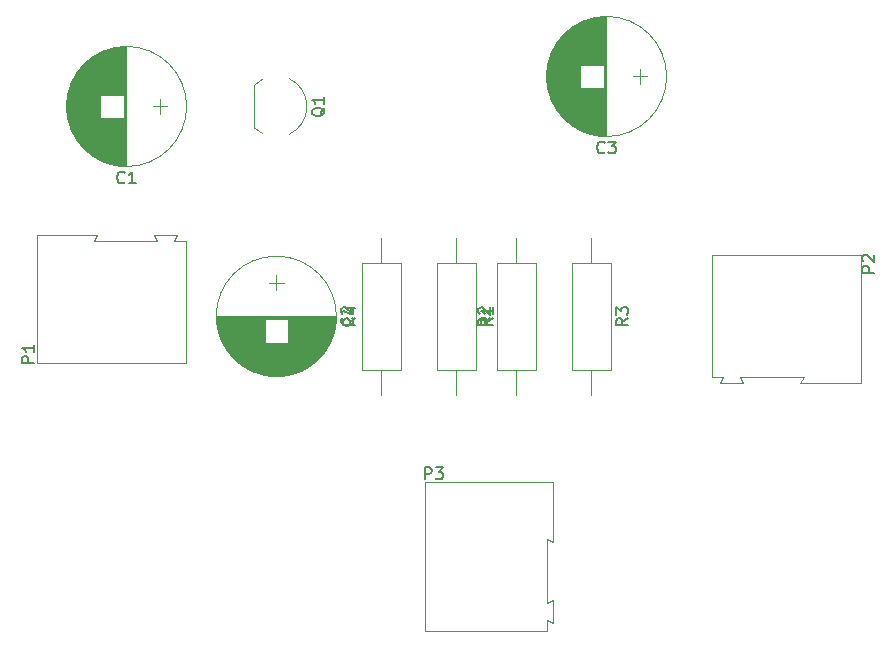
<source format=gbr>
G04 #@! TF.FileFunction,Legend,Top*
%FSLAX46Y46*%
G04 Gerber Fmt 4.6, Leading zero omitted, Abs format (unit mm)*
G04 Created by KiCad (PCBNEW 4.0.5) date 05/18/17 10:57:56*
%MOMM*%
%LPD*%
G01*
G04 APERTURE LIST*
%ADD10C,0.100000*%
%ADD11C,0.120000*%
%ADD12C,0.150000*%
G04 APERTURE END LIST*
D10*
D11*
X135920000Y-80010000D02*
G75*
G03X135920000Y-80010000I-5090000J0D01*
G01*
X130830000Y-85060000D02*
X130830000Y-74960000D01*
X130790000Y-85060000D02*
X130790000Y-74960000D01*
X130750000Y-85060000D02*
X130750000Y-74960000D01*
X130710000Y-85059000D02*
X130710000Y-74961000D01*
X130670000Y-85058000D02*
X130670000Y-74962000D01*
X130630000Y-85057000D02*
X130630000Y-74963000D01*
X130590000Y-85055000D02*
X130590000Y-74965000D01*
X130550000Y-85053000D02*
X130550000Y-80990000D01*
X130550000Y-79030000D02*
X130550000Y-74967000D01*
X130510000Y-85050000D02*
X130510000Y-80990000D01*
X130510000Y-79030000D02*
X130510000Y-74970000D01*
X130470000Y-85048000D02*
X130470000Y-80990000D01*
X130470000Y-79030000D02*
X130470000Y-74972000D01*
X130430000Y-85045000D02*
X130430000Y-80990000D01*
X130430000Y-79030000D02*
X130430000Y-74975000D01*
X130390000Y-85041000D02*
X130390000Y-80990000D01*
X130390000Y-79030000D02*
X130390000Y-74979000D01*
X130350000Y-85038000D02*
X130350000Y-80990000D01*
X130350000Y-79030000D02*
X130350000Y-74982000D01*
X130310000Y-85034000D02*
X130310000Y-80990000D01*
X130310000Y-79030000D02*
X130310000Y-74986000D01*
X130270000Y-85030000D02*
X130270000Y-80990000D01*
X130270000Y-79030000D02*
X130270000Y-74990000D01*
X130230000Y-85025000D02*
X130230000Y-80990000D01*
X130230000Y-79030000D02*
X130230000Y-74995000D01*
X130190000Y-85020000D02*
X130190000Y-80990000D01*
X130190000Y-79030000D02*
X130190000Y-75000000D01*
X130150000Y-85015000D02*
X130150000Y-80990000D01*
X130150000Y-79030000D02*
X130150000Y-75005000D01*
X130109000Y-85009000D02*
X130109000Y-80990000D01*
X130109000Y-79030000D02*
X130109000Y-75011000D01*
X130069000Y-85003000D02*
X130069000Y-80990000D01*
X130069000Y-79030000D02*
X130069000Y-75017000D01*
X130029000Y-84997000D02*
X130029000Y-80990000D01*
X130029000Y-79030000D02*
X130029000Y-75023000D01*
X129989000Y-84991000D02*
X129989000Y-80990000D01*
X129989000Y-79030000D02*
X129989000Y-75029000D01*
X129949000Y-84984000D02*
X129949000Y-80990000D01*
X129949000Y-79030000D02*
X129949000Y-75036000D01*
X129909000Y-84977000D02*
X129909000Y-80990000D01*
X129909000Y-79030000D02*
X129909000Y-75043000D01*
X129869000Y-84969000D02*
X129869000Y-80990000D01*
X129869000Y-79030000D02*
X129869000Y-75051000D01*
X129829000Y-84961000D02*
X129829000Y-80990000D01*
X129829000Y-79030000D02*
X129829000Y-75059000D01*
X129789000Y-84953000D02*
X129789000Y-80990000D01*
X129789000Y-79030000D02*
X129789000Y-75067000D01*
X129749000Y-84945000D02*
X129749000Y-80990000D01*
X129749000Y-79030000D02*
X129749000Y-75075000D01*
X129709000Y-84936000D02*
X129709000Y-80990000D01*
X129709000Y-79030000D02*
X129709000Y-75084000D01*
X129669000Y-84927000D02*
X129669000Y-80990000D01*
X129669000Y-79030000D02*
X129669000Y-75093000D01*
X129629000Y-84917000D02*
X129629000Y-80990000D01*
X129629000Y-79030000D02*
X129629000Y-75103000D01*
X129589000Y-84907000D02*
X129589000Y-80990000D01*
X129589000Y-79030000D02*
X129589000Y-75113000D01*
X129549000Y-84897000D02*
X129549000Y-80990000D01*
X129549000Y-79030000D02*
X129549000Y-75123000D01*
X129509000Y-84886000D02*
X129509000Y-80990000D01*
X129509000Y-79030000D02*
X129509000Y-75134000D01*
X129469000Y-84875000D02*
X129469000Y-80990000D01*
X129469000Y-79030000D02*
X129469000Y-75145000D01*
X129429000Y-84864000D02*
X129429000Y-80990000D01*
X129429000Y-79030000D02*
X129429000Y-75156000D01*
X129389000Y-84853000D02*
X129389000Y-80990000D01*
X129389000Y-79030000D02*
X129389000Y-75167000D01*
X129349000Y-84841000D02*
X129349000Y-80990000D01*
X129349000Y-79030000D02*
X129349000Y-75179000D01*
X129309000Y-84828000D02*
X129309000Y-80990000D01*
X129309000Y-79030000D02*
X129309000Y-75192000D01*
X129269000Y-84816000D02*
X129269000Y-80990000D01*
X129269000Y-79030000D02*
X129269000Y-75204000D01*
X129229000Y-84802000D02*
X129229000Y-80990000D01*
X129229000Y-79030000D02*
X129229000Y-75218000D01*
X129189000Y-84789000D02*
X129189000Y-80990000D01*
X129189000Y-79030000D02*
X129189000Y-75231000D01*
X129149000Y-84775000D02*
X129149000Y-80990000D01*
X129149000Y-79030000D02*
X129149000Y-75245000D01*
X129109000Y-84761000D02*
X129109000Y-80990000D01*
X129109000Y-79030000D02*
X129109000Y-75259000D01*
X129069000Y-84747000D02*
X129069000Y-80990000D01*
X129069000Y-79030000D02*
X129069000Y-75273000D01*
X129029000Y-84732000D02*
X129029000Y-80990000D01*
X129029000Y-79030000D02*
X129029000Y-75288000D01*
X128989000Y-84716000D02*
X128989000Y-80990000D01*
X128989000Y-79030000D02*
X128989000Y-75304000D01*
X128949000Y-84701000D02*
X128949000Y-80990000D01*
X128949000Y-79030000D02*
X128949000Y-75319000D01*
X128909000Y-84684000D02*
X128909000Y-80990000D01*
X128909000Y-79030000D02*
X128909000Y-75336000D01*
X128869000Y-84668000D02*
X128869000Y-80990000D01*
X128869000Y-79030000D02*
X128869000Y-75352000D01*
X128829000Y-84651000D02*
X128829000Y-80990000D01*
X128829000Y-79030000D02*
X128829000Y-75369000D01*
X128789000Y-84634000D02*
X128789000Y-80990000D01*
X128789000Y-79030000D02*
X128789000Y-75386000D01*
X128749000Y-84616000D02*
X128749000Y-80990000D01*
X128749000Y-79030000D02*
X128749000Y-75404000D01*
X128709000Y-84598000D02*
X128709000Y-80990000D01*
X128709000Y-79030000D02*
X128709000Y-75422000D01*
X128669000Y-84579000D02*
X128669000Y-80990000D01*
X128669000Y-79030000D02*
X128669000Y-75441000D01*
X128629000Y-84560000D02*
X128629000Y-80990000D01*
X128629000Y-79030000D02*
X128629000Y-75460000D01*
X128589000Y-84541000D02*
X128589000Y-75479000D01*
X128549000Y-84521000D02*
X128549000Y-75499000D01*
X128509000Y-84501000D02*
X128509000Y-75519000D01*
X128469000Y-84480000D02*
X128469000Y-75540000D01*
X128429000Y-84459000D02*
X128429000Y-75561000D01*
X128389000Y-84438000D02*
X128389000Y-75582000D01*
X128349000Y-84415000D02*
X128349000Y-75605000D01*
X128309000Y-84393000D02*
X128309000Y-75627000D01*
X128269000Y-84370000D02*
X128269000Y-75650000D01*
X128229000Y-84346000D02*
X128229000Y-75674000D01*
X128189000Y-84322000D02*
X128189000Y-75698000D01*
X128149000Y-84298000D02*
X128149000Y-75722000D01*
X128109000Y-84273000D02*
X128109000Y-75747000D01*
X128069000Y-84247000D02*
X128069000Y-75773000D01*
X128029000Y-84221000D02*
X128029000Y-75799000D01*
X127989000Y-84195000D02*
X127989000Y-75825000D01*
X127949000Y-84167000D02*
X127949000Y-75853000D01*
X127909000Y-84140000D02*
X127909000Y-75880000D01*
X127869000Y-84111000D02*
X127869000Y-75909000D01*
X127829000Y-84082000D02*
X127829000Y-75938000D01*
X127789000Y-84053000D02*
X127789000Y-75967000D01*
X127749000Y-84023000D02*
X127749000Y-75997000D01*
X127709000Y-83992000D02*
X127709000Y-76028000D01*
X127669000Y-83961000D02*
X127669000Y-76059000D01*
X127629000Y-83929000D02*
X127629000Y-76091000D01*
X127589000Y-83896000D02*
X127589000Y-76124000D01*
X127549000Y-83863000D02*
X127549000Y-76157000D01*
X127509000Y-83829000D02*
X127509000Y-76191000D01*
X127469000Y-83794000D02*
X127469000Y-76226000D01*
X127429000Y-83758000D02*
X127429000Y-76262000D01*
X127389000Y-83722000D02*
X127389000Y-76298000D01*
X127349000Y-83685000D02*
X127349000Y-76335000D01*
X127309000Y-83647000D02*
X127309000Y-76373000D01*
X127269000Y-83608000D02*
X127269000Y-76412000D01*
X127229000Y-83569000D02*
X127229000Y-76451000D01*
X127189000Y-83528000D02*
X127189000Y-76492000D01*
X127149000Y-83487000D02*
X127149000Y-76533000D01*
X127109000Y-83445000D02*
X127109000Y-76575000D01*
X127069000Y-83401000D02*
X127069000Y-76619000D01*
X127029000Y-83357000D02*
X127029000Y-76663000D01*
X126989000Y-83312000D02*
X126989000Y-76708000D01*
X126949000Y-83265000D02*
X126949000Y-76755000D01*
X126909000Y-83217000D02*
X126909000Y-76803000D01*
X126869000Y-83168000D02*
X126869000Y-76852000D01*
X126829000Y-83118000D02*
X126829000Y-76902000D01*
X126789000Y-83067000D02*
X126789000Y-76953000D01*
X126749000Y-83014000D02*
X126749000Y-77006000D01*
X126709000Y-82959000D02*
X126709000Y-77061000D01*
X126669000Y-82904000D02*
X126669000Y-77116000D01*
X126629000Y-82846000D02*
X126629000Y-77174000D01*
X126589000Y-82787000D02*
X126589000Y-77233000D01*
X126549000Y-82725000D02*
X126549000Y-77295000D01*
X126509000Y-82662000D02*
X126509000Y-77358000D01*
X126469000Y-82597000D02*
X126469000Y-77423000D01*
X126429000Y-82529000D02*
X126429000Y-77491000D01*
X126389000Y-82459000D02*
X126389000Y-77561000D01*
X126349000Y-82387000D02*
X126349000Y-77633000D01*
X126309000Y-82311000D02*
X126309000Y-77709000D01*
X126269000Y-82232000D02*
X126269000Y-77788000D01*
X126229000Y-82150000D02*
X126229000Y-77870000D01*
X126189000Y-82063000D02*
X126189000Y-77957000D01*
X126149000Y-81972000D02*
X126149000Y-78048000D01*
X126109000Y-81876000D02*
X126109000Y-78144000D01*
X126069000Y-81773000D02*
X126069000Y-78247000D01*
X126029000Y-81664000D02*
X126029000Y-78356000D01*
X125989000Y-81546000D02*
X125989000Y-78474000D01*
X125949000Y-81417000D02*
X125949000Y-78603000D01*
X125909000Y-81275000D02*
X125909000Y-78745000D01*
X125869000Y-81114000D02*
X125869000Y-78906000D01*
X125829000Y-80923000D02*
X125829000Y-79097000D01*
X125789000Y-80682000D02*
X125789000Y-79338000D01*
X125749000Y-80289000D02*
X125749000Y-79731000D01*
X134280000Y-80010000D02*
X133080000Y-80010000D01*
X133680000Y-80660000D02*
X133680000Y-79360000D01*
X148600000Y-97770000D02*
G75*
G03X148600000Y-97770000I-5090000J0D01*
G01*
X148560000Y-97770000D02*
X138460000Y-97770000D01*
X148560000Y-97810000D02*
X138460000Y-97810000D01*
X148560000Y-97850000D02*
X138460000Y-97850000D01*
X148559000Y-97890000D02*
X138461000Y-97890000D01*
X148558000Y-97930000D02*
X138462000Y-97930000D01*
X148557000Y-97970000D02*
X138463000Y-97970000D01*
X148555000Y-98010000D02*
X138465000Y-98010000D01*
X148553000Y-98050000D02*
X144490000Y-98050000D01*
X142530000Y-98050000D02*
X138467000Y-98050000D01*
X148550000Y-98090000D02*
X144490000Y-98090000D01*
X142530000Y-98090000D02*
X138470000Y-98090000D01*
X148548000Y-98130000D02*
X144490000Y-98130000D01*
X142530000Y-98130000D02*
X138472000Y-98130000D01*
X148545000Y-98170000D02*
X144490000Y-98170000D01*
X142530000Y-98170000D02*
X138475000Y-98170000D01*
X148541000Y-98210000D02*
X144490000Y-98210000D01*
X142530000Y-98210000D02*
X138479000Y-98210000D01*
X148538000Y-98250000D02*
X144490000Y-98250000D01*
X142530000Y-98250000D02*
X138482000Y-98250000D01*
X148534000Y-98290000D02*
X144490000Y-98290000D01*
X142530000Y-98290000D02*
X138486000Y-98290000D01*
X148530000Y-98330000D02*
X144490000Y-98330000D01*
X142530000Y-98330000D02*
X138490000Y-98330000D01*
X148525000Y-98370000D02*
X144490000Y-98370000D01*
X142530000Y-98370000D02*
X138495000Y-98370000D01*
X148520000Y-98410000D02*
X144490000Y-98410000D01*
X142530000Y-98410000D02*
X138500000Y-98410000D01*
X148515000Y-98450000D02*
X144490000Y-98450000D01*
X142530000Y-98450000D02*
X138505000Y-98450000D01*
X148509000Y-98491000D02*
X144490000Y-98491000D01*
X142530000Y-98491000D02*
X138511000Y-98491000D01*
X148503000Y-98531000D02*
X144490000Y-98531000D01*
X142530000Y-98531000D02*
X138517000Y-98531000D01*
X148497000Y-98571000D02*
X144490000Y-98571000D01*
X142530000Y-98571000D02*
X138523000Y-98571000D01*
X148491000Y-98611000D02*
X144490000Y-98611000D01*
X142530000Y-98611000D02*
X138529000Y-98611000D01*
X148484000Y-98651000D02*
X144490000Y-98651000D01*
X142530000Y-98651000D02*
X138536000Y-98651000D01*
X148477000Y-98691000D02*
X144490000Y-98691000D01*
X142530000Y-98691000D02*
X138543000Y-98691000D01*
X148469000Y-98731000D02*
X144490000Y-98731000D01*
X142530000Y-98731000D02*
X138551000Y-98731000D01*
X148461000Y-98771000D02*
X144490000Y-98771000D01*
X142530000Y-98771000D02*
X138559000Y-98771000D01*
X148453000Y-98811000D02*
X144490000Y-98811000D01*
X142530000Y-98811000D02*
X138567000Y-98811000D01*
X148445000Y-98851000D02*
X144490000Y-98851000D01*
X142530000Y-98851000D02*
X138575000Y-98851000D01*
X148436000Y-98891000D02*
X144490000Y-98891000D01*
X142530000Y-98891000D02*
X138584000Y-98891000D01*
X148427000Y-98931000D02*
X144490000Y-98931000D01*
X142530000Y-98931000D02*
X138593000Y-98931000D01*
X148417000Y-98971000D02*
X144490000Y-98971000D01*
X142530000Y-98971000D02*
X138603000Y-98971000D01*
X148407000Y-99011000D02*
X144490000Y-99011000D01*
X142530000Y-99011000D02*
X138613000Y-99011000D01*
X148397000Y-99051000D02*
X144490000Y-99051000D01*
X142530000Y-99051000D02*
X138623000Y-99051000D01*
X148386000Y-99091000D02*
X144490000Y-99091000D01*
X142530000Y-99091000D02*
X138634000Y-99091000D01*
X148375000Y-99131000D02*
X144490000Y-99131000D01*
X142530000Y-99131000D02*
X138645000Y-99131000D01*
X148364000Y-99171000D02*
X144490000Y-99171000D01*
X142530000Y-99171000D02*
X138656000Y-99171000D01*
X148353000Y-99211000D02*
X144490000Y-99211000D01*
X142530000Y-99211000D02*
X138667000Y-99211000D01*
X148341000Y-99251000D02*
X144490000Y-99251000D01*
X142530000Y-99251000D02*
X138679000Y-99251000D01*
X148328000Y-99291000D02*
X144490000Y-99291000D01*
X142530000Y-99291000D02*
X138692000Y-99291000D01*
X148316000Y-99331000D02*
X144490000Y-99331000D01*
X142530000Y-99331000D02*
X138704000Y-99331000D01*
X148302000Y-99371000D02*
X144490000Y-99371000D01*
X142530000Y-99371000D02*
X138718000Y-99371000D01*
X148289000Y-99411000D02*
X144490000Y-99411000D01*
X142530000Y-99411000D02*
X138731000Y-99411000D01*
X148275000Y-99451000D02*
X144490000Y-99451000D01*
X142530000Y-99451000D02*
X138745000Y-99451000D01*
X148261000Y-99491000D02*
X144490000Y-99491000D01*
X142530000Y-99491000D02*
X138759000Y-99491000D01*
X148247000Y-99531000D02*
X144490000Y-99531000D01*
X142530000Y-99531000D02*
X138773000Y-99531000D01*
X148232000Y-99571000D02*
X144490000Y-99571000D01*
X142530000Y-99571000D02*
X138788000Y-99571000D01*
X148216000Y-99611000D02*
X144490000Y-99611000D01*
X142530000Y-99611000D02*
X138804000Y-99611000D01*
X148201000Y-99651000D02*
X144490000Y-99651000D01*
X142530000Y-99651000D02*
X138819000Y-99651000D01*
X148184000Y-99691000D02*
X144490000Y-99691000D01*
X142530000Y-99691000D02*
X138836000Y-99691000D01*
X148168000Y-99731000D02*
X144490000Y-99731000D01*
X142530000Y-99731000D02*
X138852000Y-99731000D01*
X148151000Y-99771000D02*
X144490000Y-99771000D01*
X142530000Y-99771000D02*
X138869000Y-99771000D01*
X148134000Y-99811000D02*
X144490000Y-99811000D01*
X142530000Y-99811000D02*
X138886000Y-99811000D01*
X148116000Y-99851000D02*
X144490000Y-99851000D01*
X142530000Y-99851000D02*
X138904000Y-99851000D01*
X148098000Y-99891000D02*
X144490000Y-99891000D01*
X142530000Y-99891000D02*
X138922000Y-99891000D01*
X148079000Y-99931000D02*
X144490000Y-99931000D01*
X142530000Y-99931000D02*
X138941000Y-99931000D01*
X148060000Y-99971000D02*
X144490000Y-99971000D01*
X142530000Y-99971000D02*
X138960000Y-99971000D01*
X148041000Y-100011000D02*
X138979000Y-100011000D01*
X148021000Y-100051000D02*
X138999000Y-100051000D01*
X148001000Y-100091000D02*
X139019000Y-100091000D01*
X147980000Y-100131000D02*
X139040000Y-100131000D01*
X147959000Y-100171000D02*
X139061000Y-100171000D01*
X147938000Y-100211000D02*
X139082000Y-100211000D01*
X147915000Y-100251000D02*
X139105000Y-100251000D01*
X147893000Y-100291000D02*
X139127000Y-100291000D01*
X147870000Y-100331000D02*
X139150000Y-100331000D01*
X147846000Y-100371000D02*
X139174000Y-100371000D01*
X147822000Y-100411000D02*
X139198000Y-100411000D01*
X147798000Y-100451000D02*
X139222000Y-100451000D01*
X147773000Y-100491000D02*
X139247000Y-100491000D01*
X147747000Y-100531000D02*
X139273000Y-100531000D01*
X147721000Y-100571000D02*
X139299000Y-100571000D01*
X147695000Y-100611000D02*
X139325000Y-100611000D01*
X147667000Y-100651000D02*
X139353000Y-100651000D01*
X147640000Y-100691000D02*
X139380000Y-100691000D01*
X147611000Y-100731000D02*
X139409000Y-100731000D01*
X147582000Y-100771000D02*
X139438000Y-100771000D01*
X147553000Y-100811000D02*
X139467000Y-100811000D01*
X147523000Y-100851000D02*
X139497000Y-100851000D01*
X147492000Y-100891000D02*
X139528000Y-100891000D01*
X147461000Y-100931000D02*
X139559000Y-100931000D01*
X147429000Y-100971000D02*
X139591000Y-100971000D01*
X147396000Y-101011000D02*
X139624000Y-101011000D01*
X147363000Y-101051000D02*
X139657000Y-101051000D01*
X147329000Y-101091000D02*
X139691000Y-101091000D01*
X147294000Y-101131000D02*
X139726000Y-101131000D01*
X147258000Y-101171000D02*
X139762000Y-101171000D01*
X147222000Y-101211000D02*
X139798000Y-101211000D01*
X147185000Y-101251000D02*
X139835000Y-101251000D01*
X147147000Y-101291000D02*
X139873000Y-101291000D01*
X147108000Y-101331000D02*
X139912000Y-101331000D01*
X147069000Y-101371000D02*
X139951000Y-101371000D01*
X147028000Y-101411000D02*
X139992000Y-101411000D01*
X146987000Y-101451000D02*
X140033000Y-101451000D01*
X146945000Y-101491000D02*
X140075000Y-101491000D01*
X146901000Y-101531000D02*
X140119000Y-101531000D01*
X146857000Y-101571000D02*
X140163000Y-101571000D01*
X146812000Y-101611000D02*
X140208000Y-101611000D01*
X146765000Y-101651000D02*
X140255000Y-101651000D01*
X146717000Y-101691000D02*
X140303000Y-101691000D01*
X146668000Y-101731000D02*
X140352000Y-101731000D01*
X146618000Y-101771000D02*
X140402000Y-101771000D01*
X146567000Y-101811000D02*
X140453000Y-101811000D01*
X146514000Y-101851000D02*
X140506000Y-101851000D01*
X146459000Y-101891000D02*
X140561000Y-101891000D01*
X146404000Y-101931000D02*
X140616000Y-101931000D01*
X146346000Y-101971000D02*
X140674000Y-101971000D01*
X146287000Y-102011000D02*
X140733000Y-102011000D01*
X146225000Y-102051000D02*
X140795000Y-102051000D01*
X146162000Y-102091000D02*
X140858000Y-102091000D01*
X146097000Y-102131000D02*
X140923000Y-102131000D01*
X146029000Y-102171000D02*
X140991000Y-102171000D01*
X145959000Y-102211000D02*
X141061000Y-102211000D01*
X145887000Y-102251000D02*
X141133000Y-102251000D01*
X145811000Y-102291000D02*
X141209000Y-102291000D01*
X145732000Y-102331000D02*
X141288000Y-102331000D01*
X145650000Y-102371000D02*
X141370000Y-102371000D01*
X145563000Y-102411000D02*
X141457000Y-102411000D01*
X145472000Y-102451000D02*
X141548000Y-102451000D01*
X145376000Y-102491000D02*
X141644000Y-102491000D01*
X145273000Y-102531000D02*
X141747000Y-102531000D01*
X145164000Y-102571000D02*
X141856000Y-102571000D01*
X145046000Y-102611000D02*
X141974000Y-102611000D01*
X144917000Y-102651000D02*
X142103000Y-102651000D01*
X144775000Y-102691000D02*
X142245000Y-102691000D01*
X144614000Y-102731000D02*
X142406000Y-102731000D01*
X144423000Y-102771000D02*
X142597000Y-102771000D01*
X144182000Y-102811000D02*
X142838000Y-102811000D01*
X143789000Y-102851000D02*
X143231000Y-102851000D01*
X143510000Y-94320000D02*
X143510000Y-95520000D01*
X144160000Y-94920000D02*
X142860000Y-94920000D01*
X176560000Y-77470000D02*
G75*
G03X176560000Y-77470000I-5090000J0D01*
G01*
X171470000Y-82520000D02*
X171470000Y-72420000D01*
X171430000Y-82520000D02*
X171430000Y-72420000D01*
X171390000Y-82520000D02*
X171390000Y-72420000D01*
X171350000Y-82519000D02*
X171350000Y-72421000D01*
X171310000Y-82518000D02*
X171310000Y-72422000D01*
X171270000Y-82517000D02*
X171270000Y-72423000D01*
X171230000Y-82515000D02*
X171230000Y-72425000D01*
X171190000Y-82513000D02*
X171190000Y-78450000D01*
X171190000Y-76490000D02*
X171190000Y-72427000D01*
X171150000Y-82510000D02*
X171150000Y-78450000D01*
X171150000Y-76490000D02*
X171150000Y-72430000D01*
X171110000Y-82508000D02*
X171110000Y-78450000D01*
X171110000Y-76490000D02*
X171110000Y-72432000D01*
X171070000Y-82505000D02*
X171070000Y-78450000D01*
X171070000Y-76490000D02*
X171070000Y-72435000D01*
X171030000Y-82501000D02*
X171030000Y-78450000D01*
X171030000Y-76490000D02*
X171030000Y-72439000D01*
X170990000Y-82498000D02*
X170990000Y-78450000D01*
X170990000Y-76490000D02*
X170990000Y-72442000D01*
X170950000Y-82494000D02*
X170950000Y-78450000D01*
X170950000Y-76490000D02*
X170950000Y-72446000D01*
X170910000Y-82490000D02*
X170910000Y-78450000D01*
X170910000Y-76490000D02*
X170910000Y-72450000D01*
X170870000Y-82485000D02*
X170870000Y-78450000D01*
X170870000Y-76490000D02*
X170870000Y-72455000D01*
X170830000Y-82480000D02*
X170830000Y-78450000D01*
X170830000Y-76490000D02*
X170830000Y-72460000D01*
X170790000Y-82475000D02*
X170790000Y-78450000D01*
X170790000Y-76490000D02*
X170790000Y-72465000D01*
X170749000Y-82469000D02*
X170749000Y-78450000D01*
X170749000Y-76490000D02*
X170749000Y-72471000D01*
X170709000Y-82463000D02*
X170709000Y-78450000D01*
X170709000Y-76490000D02*
X170709000Y-72477000D01*
X170669000Y-82457000D02*
X170669000Y-78450000D01*
X170669000Y-76490000D02*
X170669000Y-72483000D01*
X170629000Y-82451000D02*
X170629000Y-78450000D01*
X170629000Y-76490000D02*
X170629000Y-72489000D01*
X170589000Y-82444000D02*
X170589000Y-78450000D01*
X170589000Y-76490000D02*
X170589000Y-72496000D01*
X170549000Y-82437000D02*
X170549000Y-78450000D01*
X170549000Y-76490000D02*
X170549000Y-72503000D01*
X170509000Y-82429000D02*
X170509000Y-78450000D01*
X170509000Y-76490000D02*
X170509000Y-72511000D01*
X170469000Y-82421000D02*
X170469000Y-78450000D01*
X170469000Y-76490000D02*
X170469000Y-72519000D01*
X170429000Y-82413000D02*
X170429000Y-78450000D01*
X170429000Y-76490000D02*
X170429000Y-72527000D01*
X170389000Y-82405000D02*
X170389000Y-78450000D01*
X170389000Y-76490000D02*
X170389000Y-72535000D01*
X170349000Y-82396000D02*
X170349000Y-78450000D01*
X170349000Y-76490000D02*
X170349000Y-72544000D01*
X170309000Y-82387000D02*
X170309000Y-78450000D01*
X170309000Y-76490000D02*
X170309000Y-72553000D01*
X170269000Y-82377000D02*
X170269000Y-78450000D01*
X170269000Y-76490000D02*
X170269000Y-72563000D01*
X170229000Y-82367000D02*
X170229000Y-78450000D01*
X170229000Y-76490000D02*
X170229000Y-72573000D01*
X170189000Y-82357000D02*
X170189000Y-78450000D01*
X170189000Y-76490000D02*
X170189000Y-72583000D01*
X170149000Y-82346000D02*
X170149000Y-78450000D01*
X170149000Y-76490000D02*
X170149000Y-72594000D01*
X170109000Y-82335000D02*
X170109000Y-78450000D01*
X170109000Y-76490000D02*
X170109000Y-72605000D01*
X170069000Y-82324000D02*
X170069000Y-78450000D01*
X170069000Y-76490000D02*
X170069000Y-72616000D01*
X170029000Y-82313000D02*
X170029000Y-78450000D01*
X170029000Y-76490000D02*
X170029000Y-72627000D01*
X169989000Y-82301000D02*
X169989000Y-78450000D01*
X169989000Y-76490000D02*
X169989000Y-72639000D01*
X169949000Y-82288000D02*
X169949000Y-78450000D01*
X169949000Y-76490000D02*
X169949000Y-72652000D01*
X169909000Y-82276000D02*
X169909000Y-78450000D01*
X169909000Y-76490000D02*
X169909000Y-72664000D01*
X169869000Y-82262000D02*
X169869000Y-78450000D01*
X169869000Y-76490000D02*
X169869000Y-72678000D01*
X169829000Y-82249000D02*
X169829000Y-78450000D01*
X169829000Y-76490000D02*
X169829000Y-72691000D01*
X169789000Y-82235000D02*
X169789000Y-78450000D01*
X169789000Y-76490000D02*
X169789000Y-72705000D01*
X169749000Y-82221000D02*
X169749000Y-78450000D01*
X169749000Y-76490000D02*
X169749000Y-72719000D01*
X169709000Y-82207000D02*
X169709000Y-78450000D01*
X169709000Y-76490000D02*
X169709000Y-72733000D01*
X169669000Y-82192000D02*
X169669000Y-78450000D01*
X169669000Y-76490000D02*
X169669000Y-72748000D01*
X169629000Y-82176000D02*
X169629000Y-78450000D01*
X169629000Y-76490000D02*
X169629000Y-72764000D01*
X169589000Y-82161000D02*
X169589000Y-78450000D01*
X169589000Y-76490000D02*
X169589000Y-72779000D01*
X169549000Y-82144000D02*
X169549000Y-78450000D01*
X169549000Y-76490000D02*
X169549000Y-72796000D01*
X169509000Y-82128000D02*
X169509000Y-78450000D01*
X169509000Y-76490000D02*
X169509000Y-72812000D01*
X169469000Y-82111000D02*
X169469000Y-78450000D01*
X169469000Y-76490000D02*
X169469000Y-72829000D01*
X169429000Y-82094000D02*
X169429000Y-78450000D01*
X169429000Y-76490000D02*
X169429000Y-72846000D01*
X169389000Y-82076000D02*
X169389000Y-78450000D01*
X169389000Y-76490000D02*
X169389000Y-72864000D01*
X169349000Y-82058000D02*
X169349000Y-78450000D01*
X169349000Y-76490000D02*
X169349000Y-72882000D01*
X169309000Y-82039000D02*
X169309000Y-78450000D01*
X169309000Y-76490000D02*
X169309000Y-72901000D01*
X169269000Y-82020000D02*
X169269000Y-78450000D01*
X169269000Y-76490000D02*
X169269000Y-72920000D01*
X169229000Y-82001000D02*
X169229000Y-72939000D01*
X169189000Y-81981000D02*
X169189000Y-72959000D01*
X169149000Y-81961000D02*
X169149000Y-72979000D01*
X169109000Y-81940000D02*
X169109000Y-73000000D01*
X169069000Y-81919000D02*
X169069000Y-73021000D01*
X169029000Y-81898000D02*
X169029000Y-73042000D01*
X168989000Y-81875000D02*
X168989000Y-73065000D01*
X168949000Y-81853000D02*
X168949000Y-73087000D01*
X168909000Y-81830000D02*
X168909000Y-73110000D01*
X168869000Y-81806000D02*
X168869000Y-73134000D01*
X168829000Y-81782000D02*
X168829000Y-73158000D01*
X168789000Y-81758000D02*
X168789000Y-73182000D01*
X168749000Y-81733000D02*
X168749000Y-73207000D01*
X168709000Y-81707000D02*
X168709000Y-73233000D01*
X168669000Y-81681000D02*
X168669000Y-73259000D01*
X168629000Y-81655000D02*
X168629000Y-73285000D01*
X168589000Y-81627000D02*
X168589000Y-73313000D01*
X168549000Y-81600000D02*
X168549000Y-73340000D01*
X168509000Y-81571000D02*
X168509000Y-73369000D01*
X168469000Y-81542000D02*
X168469000Y-73398000D01*
X168429000Y-81513000D02*
X168429000Y-73427000D01*
X168389000Y-81483000D02*
X168389000Y-73457000D01*
X168349000Y-81452000D02*
X168349000Y-73488000D01*
X168309000Y-81421000D02*
X168309000Y-73519000D01*
X168269000Y-81389000D02*
X168269000Y-73551000D01*
X168229000Y-81356000D02*
X168229000Y-73584000D01*
X168189000Y-81323000D02*
X168189000Y-73617000D01*
X168149000Y-81289000D02*
X168149000Y-73651000D01*
X168109000Y-81254000D02*
X168109000Y-73686000D01*
X168069000Y-81218000D02*
X168069000Y-73722000D01*
X168029000Y-81182000D02*
X168029000Y-73758000D01*
X167989000Y-81145000D02*
X167989000Y-73795000D01*
X167949000Y-81107000D02*
X167949000Y-73833000D01*
X167909000Y-81068000D02*
X167909000Y-73872000D01*
X167869000Y-81029000D02*
X167869000Y-73911000D01*
X167829000Y-80988000D02*
X167829000Y-73952000D01*
X167789000Y-80947000D02*
X167789000Y-73993000D01*
X167749000Y-80905000D02*
X167749000Y-74035000D01*
X167709000Y-80861000D02*
X167709000Y-74079000D01*
X167669000Y-80817000D02*
X167669000Y-74123000D01*
X167629000Y-80772000D02*
X167629000Y-74168000D01*
X167589000Y-80725000D02*
X167589000Y-74215000D01*
X167549000Y-80677000D02*
X167549000Y-74263000D01*
X167509000Y-80628000D02*
X167509000Y-74312000D01*
X167469000Y-80578000D02*
X167469000Y-74362000D01*
X167429000Y-80527000D02*
X167429000Y-74413000D01*
X167389000Y-80474000D02*
X167389000Y-74466000D01*
X167349000Y-80419000D02*
X167349000Y-74521000D01*
X167309000Y-80364000D02*
X167309000Y-74576000D01*
X167269000Y-80306000D02*
X167269000Y-74634000D01*
X167229000Y-80247000D02*
X167229000Y-74693000D01*
X167189000Y-80185000D02*
X167189000Y-74755000D01*
X167149000Y-80122000D02*
X167149000Y-74818000D01*
X167109000Y-80057000D02*
X167109000Y-74883000D01*
X167069000Y-79989000D02*
X167069000Y-74951000D01*
X167029000Y-79919000D02*
X167029000Y-75021000D01*
X166989000Y-79847000D02*
X166989000Y-75093000D01*
X166949000Y-79771000D02*
X166949000Y-75169000D01*
X166909000Y-79692000D02*
X166909000Y-75248000D01*
X166869000Y-79610000D02*
X166869000Y-75330000D01*
X166829000Y-79523000D02*
X166829000Y-75417000D01*
X166789000Y-79432000D02*
X166789000Y-75508000D01*
X166749000Y-79336000D02*
X166749000Y-75604000D01*
X166709000Y-79233000D02*
X166709000Y-75707000D01*
X166669000Y-79124000D02*
X166669000Y-75816000D01*
X166629000Y-79006000D02*
X166629000Y-75934000D01*
X166589000Y-78877000D02*
X166589000Y-76063000D01*
X166549000Y-78735000D02*
X166549000Y-76205000D01*
X166509000Y-78574000D02*
X166509000Y-76366000D01*
X166469000Y-78383000D02*
X166469000Y-76557000D01*
X166429000Y-78142000D02*
X166429000Y-76798000D01*
X166389000Y-77749000D02*
X166389000Y-77191000D01*
X174920000Y-77470000D02*
X173720000Y-77470000D01*
X174320000Y-78120000D02*
X174320000Y-76820000D01*
X123240000Y-101710000D02*
X135840000Y-101710000D01*
X135840000Y-101710000D02*
X135840000Y-91360000D01*
X135840000Y-91360000D02*
X134890000Y-91360000D01*
X134890000Y-91360000D02*
X135140000Y-90860000D01*
X135140000Y-90860000D02*
X133240000Y-90860000D01*
X133240000Y-90860000D02*
X133190000Y-90860000D01*
X133190000Y-90860000D02*
X133440000Y-91360000D01*
X133440000Y-91360000D02*
X128040000Y-91360000D01*
X128040000Y-91360000D02*
X128340000Y-90860000D01*
X128340000Y-90860000D02*
X123240000Y-90860000D01*
X123240000Y-90860000D02*
X123240000Y-101710000D01*
X192990000Y-92600000D02*
X180390000Y-92600000D01*
X180390000Y-92600000D02*
X180390000Y-102950000D01*
X180390000Y-102950000D02*
X181340000Y-102950000D01*
X181340000Y-102950000D02*
X181090000Y-103450000D01*
X181090000Y-103450000D02*
X182990000Y-103450000D01*
X182990000Y-103450000D02*
X183040000Y-103450000D01*
X183040000Y-103450000D02*
X182790000Y-102950000D01*
X182790000Y-102950000D02*
X188190000Y-102950000D01*
X188190000Y-102950000D02*
X187890000Y-103450000D01*
X187890000Y-103450000D02*
X192990000Y-103450000D01*
X192990000Y-103450000D02*
X192990000Y-92600000D01*
X162170000Y-102350000D02*
X165490000Y-102350000D01*
X165490000Y-102350000D02*
X165490000Y-93230000D01*
X165490000Y-93230000D02*
X162170000Y-93230000D01*
X162170000Y-93230000D02*
X162170000Y-102350000D01*
X163830000Y-104430000D02*
X163830000Y-102350000D01*
X163830000Y-91150000D02*
X163830000Y-93230000D01*
X171840000Y-93230000D02*
X168520000Y-93230000D01*
X168520000Y-93230000D02*
X168520000Y-102350000D01*
X168520000Y-102350000D02*
X171840000Y-102350000D01*
X171840000Y-102350000D02*
X171840000Y-93230000D01*
X170180000Y-91150000D02*
X170180000Y-93230000D01*
X170180000Y-104430000D02*
X170180000Y-102350000D01*
X150740000Y-102350000D02*
X154060000Y-102350000D01*
X154060000Y-102350000D02*
X154060000Y-93230000D01*
X154060000Y-93230000D02*
X150740000Y-93230000D01*
X150740000Y-93230000D02*
X150740000Y-102350000D01*
X152400000Y-104430000D02*
X152400000Y-102350000D01*
X152400000Y-91150000D02*
X152400000Y-93230000D01*
X156100000Y-111810000D02*
X156100000Y-124410000D01*
X156100000Y-124410000D02*
X166450000Y-124410000D01*
X166450000Y-124410000D02*
X166450000Y-123460000D01*
X166450000Y-123460000D02*
X166950000Y-123710000D01*
X166950000Y-123710000D02*
X166950000Y-121810000D01*
X166950000Y-121810000D02*
X166950000Y-121760000D01*
X166950000Y-121760000D02*
X166450000Y-122010000D01*
X166450000Y-122010000D02*
X166450000Y-116610000D01*
X166450000Y-116610000D02*
X166950000Y-116910000D01*
X166950000Y-116910000D02*
X166950000Y-111810000D01*
X166950000Y-111810000D02*
X156100000Y-111810000D01*
X141660000Y-78210000D02*
X141660000Y-81810000D01*
X142387205Y-77685816D02*
G75*
G03X141660000Y-78210000I1122795J-2324184D01*
G01*
X144608807Y-77653600D02*
G75*
G02X146110000Y-80010000I-1098807J-2356400D01*
G01*
X144608807Y-82366400D02*
G75*
G03X146110000Y-80010000I-1098807J2356400D01*
G01*
X142387205Y-82334184D02*
G75*
G02X141660000Y-81810000I1122795J2324184D01*
G01*
X160410000Y-93230000D02*
X157090000Y-93230000D01*
X157090000Y-93230000D02*
X157090000Y-102350000D01*
X157090000Y-102350000D02*
X160410000Y-102350000D01*
X160410000Y-102350000D02*
X160410000Y-93230000D01*
X158750000Y-91150000D02*
X158750000Y-93230000D01*
X158750000Y-104430000D02*
X158750000Y-102350000D01*
D12*
X130663334Y-86427143D02*
X130615715Y-86474762D01*
X130472858Y-86522381D01*
X130377620Y-86522381D01*
X130234762Y-86474762D01*
X130139524Y-86379524D01*
X130091905Y-86284286D01*
X130044286Y-86093810D01*
X130044286Y-85950952D01*
X130091905Y-85760476D01*
X130139524Y-85665238D01*
X130234762Y-85570000D01*
X130377620Y-85522381D01*
X130472858Y-85522381D01*
X130615715Y-85570000D01*
X130663334Y-85617619D01*
X131615715Y-86522381D02*
X131044286Y-86522381D01*
X131330000Y-86522381D02*
X131330000Y-85522381D01*
X131234762Y-85665238D01*
X131139524Y-85760476D01*
X131044286Y-85808095D01*
X149927143Y-97936666D02*
X149974762Y-97984285D01*
X150022381Y-98127142D01*
X150022381Y-98222380D01*
X149974762Y-98365238D01*
X149879524Y-98460476D01*
X149784286Y-98508095D01*
X149593810Y-98555714D01*
X149450952Y-98555714D01*
X149260476Y-98508095D01*
X149165238Y-98460476D01*
X149070000Y-98365238D01*
X149022381Y-98222380D01*
X149022381Y-98127142D01*
X149070000Y-97984285D01*
X149117619Y-97936666D01*
X149117619Y-97555714D02*
X149070000Y-97508095D01*
X149022381Y-97412857D01*
X149022381Y-97174761D01*
X149070000Y-97079523D01*
X149117619Y-97031904D01*
X149212857Y-96984285D01*
X149308095Y-96984285D01*
X149450952Y-97031904D01*
X150022381Y-97603333D01*
X150022381Y-96984285D01*
X171303334Y-83887143D02*
X171255715Y-83934762D01*
X171112858Y-83982381D01*
X171017620Y-83982381D01*
X170874762Y-83934762D01*
X170779524Y-83839524D01*
X170731905Y-83744286D01*
X170684286Y-83553810D01*
X170684286Y-83410952D01*
X170731905Y-83220476D01*
X170779524Y-83125238D01*
X170874762Y-83030000D01*
X171017620Y-82982381D01*
X171112858Y-82982381D01*
X171255715Y-83030000D01*
X171303334Y-83077619D01*
X171636667Y-82982381D02*
X172255715Y-82982381D01*
X171922381Y-83363333D01*
X172065239Y-83363333D01*
X172160477Y-83410952D01*
X172208096Y-83458571D01*
X172255715Y-83553810D01*
X172255715Y-83791905D01*
X172208096Y-83887143D01*
X172160477Y-83934762D01*
X172065239Y-83982381D01*
X171779524Y-83982381D01*
X171684286Y-83934762D01*
X171636667Y-83887143D01*
X123002381Y-101718095D02*
X122002381Y-101718095D01*
X122002381Y-101337142D01*
X122050000Y-101241904D01*
X122097619Y-101194285D01*
X122192857Y-101146666D01*
X122335714Y-101146666D01*
X122430952Y-101194285D01*
X122478571Y-101241904D01*
X122526190Y-101337142D01*
X122526190Y-101718095D01*
X123002381Y-100194285D02*
X123002381Y-100765714D01*
X123002381Y-100480000D02*
X122002381Y-100480000D01*
X122145238Y-100575238D01*
X122240476Y-100670476D01*
X122288095Y-100765714D01*
X194132381Y-94068095D02*
X193132381Y-94068095D01*
X193132381Y-93687142D01*
X193180000Y-93591904D01*
X193227619Y-93544285D01*
X193322857Y-93496666D01*
X193465714Y-93496666D01*
X193560952Y-93544285D01*
X193608571Y-93591904D01*
X193656190Y-93687142D01*
X193656190Y-94068095D01*
X193227619Y-93115714D02*
X193180000Y-93068095D01*
X193132381Y-92972857D01*
X193132381Y-92734761D01*
X193180000Y-92639523D01*
X193227619Y-92591904D01*
X193322857Y-92544285D01*
X193418095Y-92544285D01*
X193560952Y-92591904D01*
X194132381Y-93163333D01*
X194132381Y-92544285D01*
X161622381Y-97956666D02*
X161146190Y-98290000D01*
X161622381Y-98528095D02*
X160622381Y-98528095D01*
X160622381Y-98147142D01*
X160670000Y-98051904D01*
X160717619Y-98004285D01*
X160812857Y-97956666D01*
X160955714Y-97956666D01*
X161050952Y-98004285D01*
X161098571Y-98051904D01*
X161146190Y-98147142D01*
X161146190Y-98528095D01*
X160717619Y-97575714D02*
X160670000Y-97528095D01*
X160622381Y-97432857D01*
X160622381Y-97194761D01*
X160670000Y-97099523D01*
X160717619Y-97051904D01*
X160812857Y-97004285D01*
X160908095Y-97004285D01*
X161050952Y-97051904D01*
X161622381Y-97623333D01*
X161622381Y-97004285D01*
X173292381Y-97956666D02*
X172816190Y-98290000D01*
X173292381Y-98528095D02*
X172292381Y-98528095D01*
X172292381Y-98147142D01*
X172340000Y-98051904D01*
X172387619Y-98004285D01*
X172482857Y-97956666D01*
X172625714Y-97956666D01*
X172720952Y-98004285D01*
X172768571Y-98051904D01*
X172816190Y-98147142D01*
X172816190Y-98528095D01*
X172292381Y-97623333D02*
X172292381Y-97004285D01*
X172673333Y-97337619D01*
X172673333Y-97194761D01*
X172720952Y-97099523D01*
X172768571Y-97051904D01*
X172863810Y-97004285D01*
X173101905Y-97004285D01*
X173197143Y-97051904D01*
X173244762Y-97099523D01*
X173292381Y-97194761D01*
X173292381Y-97480476D01*
X173244762Y-97575714D01*
X173197143Y-97623333D01*
X150192381Y-97956666D02*
X149716190Y-98290000D01*
X150192381Y-98528095D02*
X149192381Y-98528095D01*
X149192381Y-98147142D01*
X149240000Y-98051904D01*
X149287619Y-98004285D01*
X149382857Y-97956666D01*
X149525714Y-97956666D01*
X149620952Y-98004285D01*
X149668571Y-98051904D01*
X149716190Y-98147142D01*
X149716190Y-98528095D01*
X149525714Y-97099523D02*
X150192381Y-97099523D01*
X149144762Y-97337619D02*
X149859048Y-97575714D01*
X149859048Y-96956666D01*
X156091905Y-111572381D02*
X156091905Y-110572381D01*
X156472858Y-110572381D01*
X156568096Y-110620000D01*
X156615715Y-110667619D01*
X156663334Y-110762857D01*
X156663334Y-110905714D01*
X156615715Y-111000952D01*
X156568096Y-111048571D01*
X156472858Y-111096190D01*
X156091905Y-111096190D01*
X156996667Y-110572381D02*
X157615715Y-110572381D01*
X157282381Y-110953333D01*
X157425239Y-110953333D01*
X157520477Y-111000952D01*
X157568096Y-111048571D01*
X157615715Y-111143810D01*
X157615715Y-111381905D01*
X157568096Y-111477143D01*
X157520477Y-111524762D01*
X157425239Y-111572381D01*
X157139524Y-111572381D01*
X157044286Y-111524762D01*
X156996667Y-111477143D01*
X147617619Y-80105238D02*
X147570000Y-80200476D01*
X147474762Y-80295714D01*
X147331905Y-80438571D01*
X147284286Y-80533810D01*
X147284286Y-80629048D01*
X147522381Y-80581429D02*
X147474762Y-80676667D01*
X147379524Y-80771905D01*
X147189048Y-80819524D01*
X146855714Y-80819524D01*
X146665238Y-80771905D01*
X146570000Y-80676667D01*
X146522381Y-80581429D01*
X146522381Y-80390952D01*
X146570000Y-80295714D01*
X146665238Y-80200476D01*
X146855714Y-80152857D01*
X147189048Y-80152857D01*
X147379524Y-80200476D01*
X147474762Y-80295714D01*
X147522381Y-80390952D01*
X147522381Y-80581429D01*
X147522381Y-79200476D02*
X147522381Y-79771905D01*
X147522381Y-79486191D02*
X146522381Y-79486191D01*
X146665238Y-79581429D01*
X146760476Y-79676667D01*
X146808095Y-79771905D01*
X161862381Y-97956666D02*
X161386190Y-98290000D01*
X161862381Y-98528095D02*
X160862381Y-98528095D01*
X160862381Y-98147142D01*
X160910000Y-98051904D01*
X160957619Y-98004285D01*
X161052857Y-97956666D01*
X161195714Y-97956666D01*
X161290952Y-98004285D01*
X161338571Y-98051904D01*
X161386190Y-98147142D01*
X161386190Y-98528095D01*
X161862381Y-97004285D02*
X161862381Y-97575714D01*
X161862381Y-97290000D02*
X160862381Y-97290000D01*
X161005238Y-97385238D01*
X161100476Y-97480476D01*
X161148095Y-97575714D01*
M02*

</source>
